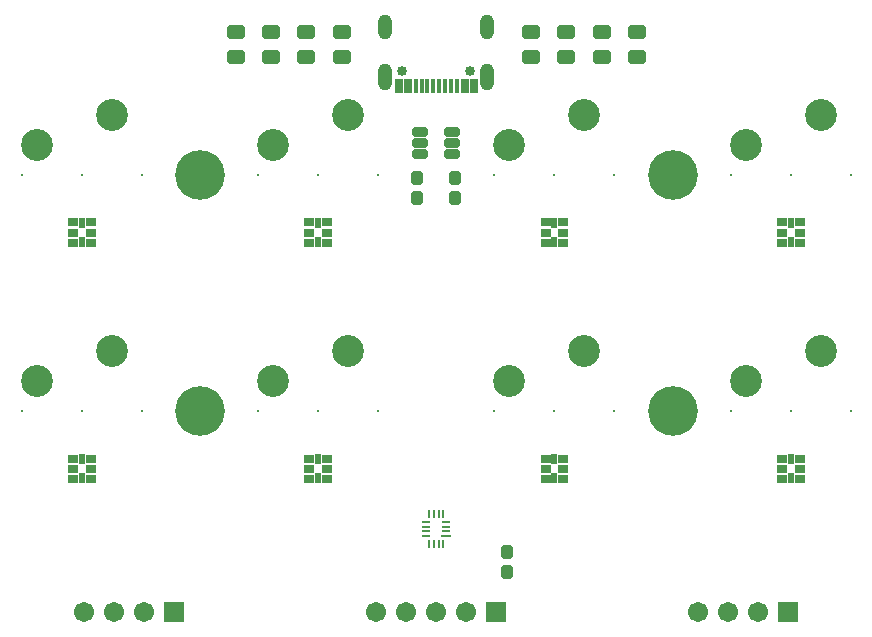
<source format=gts>
%TF.GenerationSoftware,Altium Limited,Altium Designer,23.4.1 (23)*%
G04 Layer_Color=8388736*
%FSLAX45Y45*%
%MOMM*%
%TF.SameCoordinates,4D4D268D-8FD5-4AED-B812-6AB8C36004BB*%
%TF.FilePolarity,Negative*%
%TF.FileFunction,Soldermask,Top*%
%TF.Part,Single*%
G01*
G75*
%TA.AperFunction,SMDPad,CuDef*%
%ADD17R,0.22860X0.76200*%
%ADD18R,0.76200X0.22860*%
%ADD19R,0.86360X0.22860*%
G04:AMPARAMS|DCode=39|XSize=1.1032mm|YSize=1.6032mm|CornerRadius=0.1691mm|HoleSize=0mm|Usage=FLASHONLY|Rotation=90.000|XOffset=0mm|YOffset=0mm|HoleType=Round|Shape=RoundedRectangle|*
%AMROUNDEDRECTD39*
21,1,1.10320,1.26500,0,0,90.0*
21,1,0.76500,1.60320,0,0,90.0*
1,1,0.33820,0.63250,0.38250*
1,1,0.33820,0.63250,-0.38250*
1,1,0.33820,-0.63250,-0.38250*
1,1,0.33820,-0.63250,0.38250*
%
%ADD39ROUNDEDRECTD39*%
%TA.AperFunction,ConnectorPad*%
%ADD40R,0.76000X1.31001*%
%ADD41R,0.46000X1.31001*%
%TA.AperFunction,SMDPad,CuDef*%
G04:AMPARAMS|DCode=42|XSize=0.8032mm|YSize=1.3032mm|CornerRadius=0.1466mm|HoleSize=0mm|Usage=FLASHONLY|Rotation=270.000|XOffset=0mm|YOffset=0mm|HoleType=Round|Shape=RoundedRectangle|*
%AMROUNDEDRECTD42*
21,1,0.80320,1.01000,0,0,270.0*
21,1,0.51000,1.30320,0,0,270.0*
1,1,0.29320,-0.50500,-0.25500*
1,1,0.29320,-0.50500,0.25500*
1,1,0.29320,0.50500,0.25500*
1,1,0.29320,0.50500,-0.25500*
%
%ADD42ROUNDEDRECTD42*%
G04:AMPARAMS|DCode=43|XSize=1.1032mm|YSize=1.0032mm|CornerRadius=0.1616mm|HoleSize=0mm|Usage=FLASHONLY|Rotation=90.000|XOffset=0mm|YOffset=0mm|HoleType=Round|Shape=RoundedRectangle|*
%AMROUNDEDRECTD43*
21,1,1.10320,0.68000,0,0,90.0*
21,1,0.78000,1.00320,0,0,90.0*
1,1,0.32320,0.34000,0.39000*
1,1,0.32320,0.34000,-0.39000*
1,1,0.32320,-0.34000,-0.39000*
1,1,0.32320,-0.34000,0.39000*
%
%ADD43ROUNDEDRECTD43*%
%ADD44R,0.90320X0.75320*%
%ADD45R,0.50320X0.90320*%
%TA.AperFunction,ComponentPad*%
%ADD46C,1.70320*%
%ADD47R,1.70320X1.70320*%
%ADD48C,2.70320*%
%ADD49C,0.20320*%
%ADD50C,0.85319*%
%ADD51O,1.20320X2.10320*%
%ADD52O,1.20320X2.30320*%
%ADD53C,4.20320*%
D17*
X3960000Y775540D02*
D03*
X3920000D02*
D03*
X3880000D02*
D03*
X3840000D02*
D03*
Y1024460D02*
D03*
X3880000D02*
D03*
X3920000D02*
D03*
X3960000D02*
D03*
D18*
X3814910Y840000D02*
D03*
Y880000D02*
D03*
Y920000D02*
D03*
Y960000D02*
D03*
X3985090D02*
D03*
Y920000D02*
D03*
Y880000D02*
D03*
D19*
X3980010Y840000D02*
D03*
D39*
X5600000Y4895000D02*
D03*
Y5105000D02*
D03*
X5300000Y4895000D02*
D03*
Y5105000D02*
D03*
X5000000Y4895000D02*
D03*
Y5105000D02*
D03*
X4700000Y4895000D02*
D03*
Y5105000D02*
D03*
X3100000Y4895000D02*
D03*
Y5105000D02*
D03*
X2800000Y4895000D02*
D03*
Y5105000D02*
D03*
X2500000Y4895000D02*
D03*
Y5105000D02*
D03*
X2200000Y4895000D02*
D03*
Y5105000D02*
D03*
D40*
X3580013Y4651860D02*
D03*
X3660001D02*
D03*
X4140010D02*
D03*
X4219989D02*
D03*
D41*
X3775009D02*
D03*
X3824994D02*
D03*
X3875004D02*
D03*
X3924994D02*
D03*
X3975004D02*
D03*
X4024991D02*
D03*
X4075006D02*
D03*
X3725004D02*
D03*
D42*
X3765000Y4075000D02*
D03*
Y4170000D02*
D03*
Y4265000D02*
D03*
X4035000D02*
D03*
Y4170000D02*
D03*
Y4075000D02*
D03*
D43*
X3740000Y3875000D02*
D03*
Y3705000D02*
D03*
X4060000Y3875000D02*
D03*
Y3705000D02*
D03*
X4500000Y535000D02*
D03*
Y705000D02*
D03*
D44*
X6975000Y3410000D02*
D03*
Y3497000D02*
D03*
X6825000D02*
D03*
X6975000Y3323000D02*
D03*
X6825000D02*
D03*
Y3410000D02*
D03*
X4975000D02*
D03*
Y3497000D02*
D03*
X4825000D02*
D03*
X4975000Y3323000D02*
D03*
X4825000D02*
D03*
Y3410000D02*
D03*
X2975000D02*
D03*
Y3497000D02*
D03*
X2825000D02*
D03*
X2975000Y3323000D02*
D03*
X2825000D02*
D03*
Y3410000D02*
D03*
X975000D02*
D03*
Y3497000D02*
D03*
X825000D02*
D03*
X975000Y3323000D02*
D03*
X825000D02*
D03*
Y3410000D02*
D03*
X825000Y1410000D02*
D03*
Y1323000D02*
D03*
X975000D02*
D03*
X825000Y1497000D02*
D03*
X975000D02*
D03*
Y1410000D02*
D03*
X2825000D02*
D03*
Y1323000D02*
D03*
X2975000D02*
D03*
X2825000Y1497000D02*
D03*
X2975000D02*
D03*
Y1410000D02*
D03*
X4825000D02*
D03*
Y1323000D02*
D03*
X4975000D02*
D03*
X4825000Y1497000D02*
D03*
X4975000D02*
D03*
Y1410000D02*
D03*
X6825000D02*
D03*
Y1323000D02*
D03*
X6975000D02*
D03*
X6825000Y1497000D02*
D03*
X6975000D02*
D03*
Y1410000D02*
D03*
D45*
X6900000Y3489500D02*
D03*
Y3330500D02*
D03*
X4900000Y3489500D02*
D03*
Y3330500D02*
D03*
X2900000Y3489500D02*
D03*
Y3330500D02*
D03*
X900000Y3489500D02*
D03*
Y3330500D02*
D03*
Y1330500D02*
D03*
Y1489500D02*
D03*
X2900000Y1330500D02*
D03*
Y1489500D02*
D03*
X4900000Y1330500D02*
D03*
Y1489500D02*
D03*
X6900000Y1330500D02*
D03*
Y1489500D02*
D03*
D46*
X3646000Y200000D02*
D03*
X3900000D02*
D03*
X4153992Y199997D02*
D03*
X3392000Y200000D02*
D03*
X6626996Y199998D02*
D03*
X6373004Y200002D02*
D03*
X6119004D02*
D03*
X1426996Y199998D02*
D03*
X1173004Y200002D02*
D03*
X919004D02*
D03*
D47*
X4407992Y199997D02*
D03*
X6880996Y199998D02*
D03*
X1680996D02*
D03*
D48*
X1154000Y2408000D02*
D03*
X519000Y2154000D02*
D03*
X1154000Y4408000D02*
D03*
X519000Y4154000D02*
D03*
X3154000Y4408000D02*
D03*
X2519000Y4154000D02*
D03*
X3154000Y2408000D02*
D03*
X2519000Y2154000D02*
D03*
X7154000Y2408000D02*
D03*
X6519000Y2154000D02*
D03*
X5154000Y2408000D02*
D03*
X4519000Y2154000D02*
D03*
X7154000Y4408000D02*
D03*
X6519000Y4154000D02*
D03*
X5154000Y4408000D02*
D03*
X4519000Y4154000D02*
D03*
D49*
X900000Y1900000D02*
D03*
X392000D02*
D03*
X1408000D02*
D03*
X900000Y3900000D02*
D03*
X392000D02*
D03*
X1408000D02*
D03*
X2900000D02*
D03*
X2392000D02*
D03*
X3408000D02*
D03*
X2900000Y1900000D02*
D03*
X2392000D02*
D03*
X3408000D02*
D03*
X6900000D02*
D03*
X6392000D02*
D03*
X7408000D02*
D03*
X4900000D02*
D03*
X4392000D02*
D03*
X5408000D02*
D03*
X6900000Y3900000D02*
D03*
X6392000D02*
D03*
X7408000D02*
D03*
X4900000D02*
D03*
X4392000D02*
D03*
X5408000D02*
D03*
D50*
X3610986Y4778131D02*
D03*
X4188989D02*
D03*
D51*
X3467489Y5148140D02*
D03*
X4332511D02*
D03*
D52*
X3467489Y4728141D02*
D03*
X4332511D02*
D03*
D53*
X1900000Y3900000D02*
D03*
X5900000D02*
D03*
X5899989Y1899995D02*
D03*
X1900000Y1900000D02*
D03*
%TF.MD5,d1ffffb21aee96ce69f08ba7877aeb73*%
M02*

</source>
